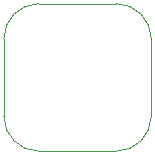
<source format=gm1>
%TF.GenerationSoftware,KiCad,Pcbnew,8.0.1*%
%TF.CreationDate,2024-09-25T01:17:28+02:00*%
%TF.ProjectId,speckle_pcb_rev1,73706563-6b6c-4655-9f70-63625f726576,rev?*%
%TF.SameCoordinates,Original*%
%TF.FileFunction,Profile,NP*%
%FSLAX46Y46*%
G04 Gerber Fmt 4.6, Leading zero omitted, Abs format (unit mm)*
G04 Created by KiCad (PCBNEW 8.0.1) date 2024-09-25 01:17:28*
%MOMM*%
%LPD*%
G01*
G04 APERTURE LIST*
%TA.AperFunction,Profile*%
%ADD10C,0.001000*%
%TD*%
G04 APERTURE END LIST*
D10*
X203975000Y-90474993D02*
X203975000Y-83974999D01*
X194474998Y-93474999D02*
G75*
G02*
X191475001Y-90475002I2J2999999D01*
G01*
X203975000Y-90474993D02*
G75*
G02*
X200974994Y-93475000I-3000000J-7D01*
G01*
X191475000Y-83975000D02*
G75*
G02*
X194475001Y-80975000I3000000J0D01*
G01*
X191475000Y-83975000D02*
X191475000Y-90475002D01*
X194474998Y-93474999D02*
X200974994Y-93474999D01*
X200974994Y-80974999D02*
X194475001Y-80974999D01*
X200974994Y-80974999D02*
G75*
G02*
X203975001Y-83974999I6J-3000001D01*
G01*
M02*

</source>
